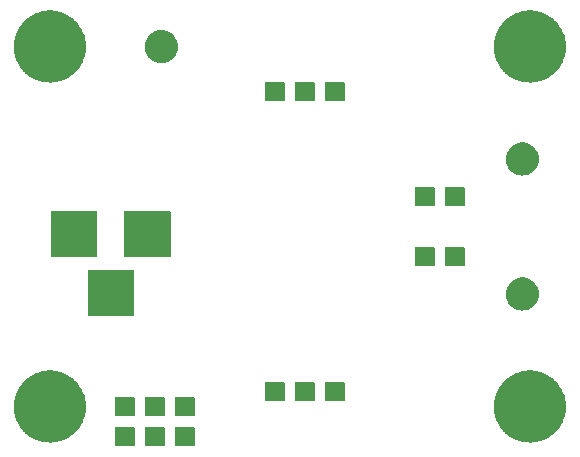
<source format=gbr>
G04 #@! TF.GenerationSoftware,KiCad,Pcbnew,5.99.0-unknown-d20d310~100~ubuntu19.10.1*
G04 #@! TF.CreationDate,2019-12-12T13:36:00+01:00*
G04 #@! TF.ProjectId,DEWHEAT,44455748-4541-4542-9e6b-696361645f70,rev?*
G04 #@! TF.SameCoordinates,Original*
G04 #@! TF.FileFunction,Soldermask,Bot*
G04 #@! TF.FilePolarity,Negative*
%FSLAX46Y46*%
G04 Gerber Fmt 4.6, Leading zero omitted, Abs format (unit mm)*
G04 Created by KiCad (PCBNEW 5.99.0-unknown-d20d310~100~ubuntu19.10.1) date 2019-12-12 13:36:00*
%MOMM*%
%LPD*%
G04 APERTURE LIST*
G04 APERTURE END LIST*
G36*
X83331899Y-85549959D02*
G01*
X83348769Y-85561231D01*
X83360041Y-85578101D01*
X83366448Y-85610312D01*
X83366448Y-87109688D01*
X83363999Y-87122000D01*
X83360041Y-87141899D01*
X83348769Y-87158769D01*
X83331899Y-87170041D01*
X83312000Y-87173999D01*
X83299688Y-87176448D01*
X81800312Y-87176448D01*
X81768101Y-87170041D01*
X81751231Y-87158769D01*
X81739959Y-87141899D01*
X81733552Y-87109688D01*
X81733552Y-85610312D01*
X81739959Y-85578101D01*
X81751231Y-85561231D01*
X81768101Y-85549959D01*
X81800312Y-85543552D01*
X83299688Y-85543552D01*
X83331899Y-85549959D01*
G37*
G36*
X80791899Y-85549959D02*
G01*
X80808769Y-85561231D01*
X80820041Y-85578101D01*
X80826448Y-85610312D01*
X80826448Y-87109688D01*
X80823999Y-87122000D01*
X80820041Y-87141899D01*
X80808769Y-87158769D01*
X80791899Y-87170041D01*
X80772000Y-87173999D01*
X80759688Y-87176448D01*
X79260312Y-87176448D01*
X79228101Y-87170041D01*
X79211231Y-87158769D01*
X79199959Y-87141899D01*
X79193552Y-87109688D01*
X79193552Y-85610312D01*
X79199959Y-85578101D01*
X79211231Y-85561231D01*
X79228101Y-85549959D01*
X79260312Y-85543552D01*
X80759688Y-85543552D01*
X80791899Y-85549959D01*
G37*
G36*
X78251899Y-85549959D02*
G01*
X78268769Y-85561231D01*
X78280041Y-85578101D01*
X78286448Y-85610312D01*
X78286448Y-87109688D01*
X78283999Y-87122000D01*
X78280041Y-87141899D01*
X78268769Y-87158769D01*
X78251899Y-87170041D01*
X78232000Y-87173999D01*
X78219688Y-87176448D01*
X76720312Y-87176448D01*
X76688101Y-87170041D01*
X76671231Y-87158769D01*
X76659959Y-87141899D01*
X76653552Y-87109688D01*
X76653552Y-85610312D01*
X76659959Y-85578101D01*
X76671231Y-85561231D01*
X76688101Y-85549959D01*
X76720312Y-85543552D01*
X78219688Y-85543552D01*
X78251899Y-85549959D01*
G37*
G36*
X71278774Y-80769990D02*
G01*
X71311873Y-80770221D01*
X71447095Y-80786346D01*
X71587522Y-80799991D01*
X71620424Y-80807014D01*
X71650643Y-80810618D01*
X71785734Y-80842303D01*
X71926392Y-80872329D01*
X71955739Y-80882177D01*
X71982779Y-80888519D01*
X72115898Y-80935921D01*
X72254894Y-80982563D01*
X72280523Y-80994541D01*
X72304174Y-81002963D01*
X72433459Y-81066019D01*
X72568806Y-81129276D01*
X72590627Y-81142674D01*
X72610804Y-81152515D01*
X72734365Y-81230930D01*
X72864091Y-81310582D01*
X72882157Y-81324722D01*
X72898858Y-81335321D01*
X73014802Y-81428542D01*
X73136954Y-81524150D01*
X73151397Y-81538367D01*
X73164729Y-81549087D01*
X73271184Y-81656288D01*
X73383886Y-81767233D01*
X73394952Y-81780922D01*
X73405130Y-81791172D01*
X73500415Y-81911391D01*
X73601713Y-82036708D01*
X73609718Y-82049298D01*
X73617041Y-82058537D01*
X73699503Y-82190503D01*
X73787635Y-82329109D01*
X73792990Y-82340113D01*
X73797826Y-82347852D01*
X73865862Y-82489855D01*
X73939261Y-82640678D01*
X73942446Y-82649696D01*
X73945236Y-82655520D01*
X73997375Y-82805244D01*
X74054641Y-82967408D01*
X74056186Y-82974127D01*
X74057431Y-82977702D01*
X74092285Y-83131111D01*
X74132293Y-83305099D01*
X74132768Y-83309301D01*
X74133015Y-83310388D01*
X74148768Y-83450833D01*
X74171218Y-83649410D01*
X74170480Y-83681942D01*
X74164970Y-84076575D01*
X74160861Y-84105809D01*
X74160339Y-84128826D01*
X74137279Y-84273604D01*
X74117612Y-84413538D01*
X74110706Y-84440434D01*
X74105835Y-84471017D01*
X74067270Y-84609607D01*
X74032767Y-84743988D01*
X74021960Y-84772438D01*
X74012944Y-84804838D01*
X73959986Y-84935584D01*
X73911621Y-85062907D01*
X73896491Y-85092346D01*
X73882861Y-85125998D01*
X73816749Y-85247509D01*
X73755675Y-85366346D01*
X73735886Y-85396131D01*
X73717258Y-85430368D01*
X73639397Y-85541359D01*
X73566886Y-85650496D01*
X73542184Y-85679934D01*
X73518263Y-85714034D01*
X73430132Y-85813473D01*
X73347589Y-85911844D01*
X73317838Y-85940176D01*
X73288436Y-85973350D01*
X73191632Y-86060360D01*
X73100524Y-86147121D01*
X73065680Y-86173569D01*
X73030731Y-86204982D01*
X72926925Y-86278889D01*
X72828790Y-86353378D01*
X72788926Y-86377141D01*
X72748461Y-86405952D01*
X72639312Y-86466330D01*
X72535742Y-86528070D01*
X72491054Y-86548341D01*
X72445255Y-86573676D01*
X72332490Y-86620269D01*
X72225058Y-86669003D01*
X72175853Y-86684991D01*
X72125011Y-86705998D01*
X72010276Y-86738789D01*
X71900594Y-86774427D01*
X71847318Y-86785363D01*
X71791846Y-86801217D01*
X71676793Y-86820367D01*
X71566407Y-86843026D01*
X71509592Y-86848197D01*
X71450044Y-86858108D01*
X71336246Y-86863972D01*
X71226645Y-86873947D01*
X71166955Y-86872697D01*
X71103999Y-86875941D01*
X70992945Y-86869052D01*
X70885558Y-86866802D01*
X70823750Y-86858555D01*
X70758159Y-86854486D01*
X70651251Y-86835539D01*
X70547398Y-86821682D01*
X70484308Y-86805952D01*
X70416972Y-86794018D01*
X70315471Y-86763856D01*
X70216370Y-86739147D01*
X70152941Y-86715558D01*
X70084823Y-86695316D01*
X69989871Y-86654913D01*
X69896610Y-86620230D01*
X69833822Y-86588513D01*
X69765982Y-86559647D01*
X69678551Y-86510080D01*
X69592101Y-86466411D01*
X69531024Y-86426443D01*
X69464549Y-86388757D01*
X69385445Y-86331179D01*
X69306619Y-86279597D01*
X69248335Y-86231380D01*
X69184399Y-86184843D01*
X69114307Y-86120503D01*
X69043763Y-86062144D01*
X68989374Y-86005822D01*
X68929133Y-85950525D01*
X68868518Y-85880672D01*
X68806765Y-85816725D01*
X68757377Y-85752593D01*
X68702034Y-85688816D01*
X68651237Y-85614768D01*
X68598613Y-85546434D01*
X68555309Y-85474930D01*
X68506021Y-85403082D01*
X68465183Y-85326115D01*
X68421878Y-85254610D01*
X68385702Y-85176317D01*
X68343614Y-85096995D01*
X68312736Y-85018406D01*
X68278783Y-84944924D01*
X68250719Y-84860560D01*
X68216902Y-84774490D01*
X68195810Y-84695497D01*
X68171092Y-84621193D01*
X68152056Y-84531635D01*
X68127512Y-84439715D01*
X68115891Y-84361488D01*
X68100163Y-84287495D01*
X68090971Y-84193746D01*
X68076594Y-84096972D01*
X68073994Y-84020606D01*
X68066872Y-83947970D01*
X68068224Y-83851127D01*
X68064804Y-83750668D01*
X68070653Y-83677168D01*
X68071635Y-83606832D01*
X68084105Y-83508120D01*
X68092291Y-83405256D01*
X68105911Y-83335512D01*
X68114393Y-83268371D01*
X68138408Y-83169105D01*
X68158704Y-83065175D01*
X68179327Y-82999967D01*
X68194614Y-82936777D01*
X68230447Y-82838326D01*
X68263189Y-82734799D01*
X68289973Y-82674783D01*
X68311300Y-82616187D01*
X68359059Y-82519975D01*
X68404401Y-82418375D01*
X68436438Y-82364096D01*
X68462989Y-82310608D01*
X68522616Y-82218085D01*
X68580526Y-82119970D01*
X68616896Y-82071793D01*
X68647801Y-82023838D01*
X68719030Y-81936502D01*
X68789299Y-81843421D01*
X68829039Y-81801617D01*
X68863422Y-81759459D01*
X68945836Y-81678754D01*
X69028036Y-81592284D01*
X69070205Y-81556963D01*
X69107171Y-81520763D01*
X69200137Y-81448130D01*
X69293668Y-81369787D01*
X69337331Y-81340942D01*
X69376003Y-81310728D01*
X69478721Y-81247536D01*
X69582780Y-81178791D01*
X69627050Y-81156283D01*
X69666588Y-81131959D01*
X69778086Y-81079492D01*
X69891654Y-81021751D01*
X69935679Y-81005334D01*
X69975271Y-80986704D01*
X70094391Y-80946152D01*
X70216321Y-80900686D01*
X70259335Y-80890001D01*
X70298231Y-80876760D01*
X70423659Y-80849183D01*
X70552606Y-80817152D01*
X70593905Y-80811752D01*
X70631435Y-80803500D01*
X70761743Y-80789804D01*
X70896185Y-80772224D01*
X70935159Y-80771578D01*
X70970722Y-80767840D01*
X71104331Y-80768772D01*
X71242642Y-80766479D01*
X71278774Y-80769990D01*
G37*
G36*
X111918774Y-80769990D02*
G01*
X111951873Y-80770221D01*
X112087095Y-80786346D01*
X112227522Y-80799991D01*
X112260424Y-80807014D01*
X112290643Y-80810618D01*
X112425734Y-80842303D01*
X112566392Y-80872329D01*
X112595739Y-80882177D01*
X112622779Y-80888519D01*
X112755898Y-80935921D01*
X112894894Y-80982563D01*
X112920523Y-80994541D01*
X112944174Y-81002963D01*
X113073459Y-81066019D01*
X113208806Y-81129276D01*
X113230627Y-81142674D01*
X113250804Y-81152515D01*
X113374365Y-81230930D01*
X113504091Y-81310582D01*
X113522157Y-81324722D01*
X113538858Y-81335321D01*
X113654802Y-81428542D01*
X113776954Y-81524150D01*
X113791397Y-81538367D01*
X113804729Y-81549087D01*
X113911184Y-81656288D01*
X114023886Y-81767233D01*
X114034952Y-81780922D01*
X114045130Y-81791172D01*
X114140415Y-81911391D01*
X114241713Y-82036708D01*
X114249718Y-82049298D01*
X114257041Y-82058537D01*
X114339503Y-82190503D01*
X114427635Y-82329109D01*
X114432990Y-82340113D01*
X114437826Y-82347852D01*
X114505862Y-82489855D01*
X114579261Y-82640678D01*
X114582446Y-82649696D01*
X114585236Y-82655520D01*
X114637375Y-82805244D01*
X114694641Y-82967408D01*
X114696186Y-82974127D01*
X114697431Y-82977702D01*
X114732285Y-83131111D01*
X114772293Y-83305099D01*
X114772768Y-83309301D01*
X114773015Y-83310388D01*
X114788768Y-83450833D01*
X114811218Y-83649410D01*
X114810480Y-83681942D01*
X114804970Y-84076575D01*
X114800861Y-84105809D01*
X114800339Y-84128826D01*
X114777279Y-84273604D01*
X114757612Y-84413538D01*
X114750706Y-84440434D01*
X114745835Y-84471017D01*
X114707270Y-84609607D01*
X114672767Y-84743988D01*
X114661960Y-84772438D01*
X114652944Y-84804838D01*
X114599986Y-84935584D01*
X114551621Y-85062907D01*
X114536491Y-85092346D01*
X114522861Y-85125998D01*
X114456749Y-85247509D01*
X114395675Y-85366346D01*
X114375886Y-85396131D01*
X114357258Y-85430368D01*
X114279397Y-85541359D01*
X114206886Y-85650496D01*
X114182184Y-85679934D01*
X114158263Y-85714034D01*
X114070132Y-85813473D01*
X113987589Y-85911844D01*
X113957838Y-85940176D01*
X113928436Y-85973350D01*
X113831632Y-86060360D01*
X113740524Y-86147121D01*
X113705680Y-86173569D01*
X113670731Y-86204982D01*
X113566925Y-86278889D01*
X113468790Y-86353378D01*
X113428926Y-86377141D01*
X113388461Y-86405952D01*
X113279312Y-86466330D01*
X113175742Y-86528070D01*
X113131054Y-86548341D01*
X113085255Y-86573676D01*
X112972490Y-86620269D01*
X112865058Y-86669003D01*
X112815853Y-86684991D01*
X112765011Y-86705998D01*
X112650276Y-86738789D01*
X112540594Y-86774427D01*
X112487318Y-86785363D01*
X112431846Y-86801217D01*
X112316793Y-86820367D01*
X112206407Y-86843026D01*
X112149592Y-86848197D01*
X112090044Y-86858108D01*
X111976246Y-86863972D01*
X111866645Y-86873947D01*
X111806955Y-86872697D01*
X111743999Y-86875941D01*
X111632945Y-86869052D01*
X111525558Y-86866802D01*
X111463750Y-86858555D01*
X111398159Y-86854486D01*
X111291251Y-86835539D01*
X111187398Y-86821682D01*
X111124308Y-86805952D01*
X111056972Y-86794018D01*
X110955471Y-86763856D01*
X110856370Y-86739147D01*
X110792941Y-86715558D01*
X110724823Y-86695316D01*
X110629871Y-86654913D01*
X110536610Y-86620230D01*
X110473822Y-86588513D01*
X110405982Y-86559647D01*
X110318551Y-86510080D01*
X110232101Y-86466411D01*
X110171024Y-86426443D01*
X110104549Y-86388757D01*
X110025445Y-86331179D01*
X109946619Y-86279597D01*
X109888335Y-86231380D01*
X109824399Y-86184843D01*
X109754307Y-86120503D01*
X109683763Y-86062144D01*
X109629374Y-86005822D01*
X109569133Y-85950525D01*
X109508518Y-85880672D01*
X109446765Y-85816725D01*
X109397377Y-85752593D01*
X109342034Y-85688816D01*
X109291237Y-85614768D01*
X109238613Y-85546434D01*
X109195309Y-85474930D01*
X109146021Y-85403082D01*
X109105183Y-85326115D01*
X109061878Y-85254610D01*
X109025702Y-85176317D01*
X108983614Y-85096995D01*
X108952736Y-85018406D01*
X108918783Y-84944924D01*
X108890719Y-84860560D01*
X108856902Y-84774490D01*
X108835810Y-84695497D01*
X108811092Y-84621193D01*
X108792056Y-84531635D01*
X108767512Y-84439715D01*
X108755891Y-84361488D01*
X108740163Y-84287495D01*
X108730971Y-84193746D01*
X108716594Y-84096972D01*
X108713994Y-84020606D01*
X108706872Y-83947970D01*
X108708224Y-83851127D01*
X108704804Y-83750668D01*
X108710653Y-83677168D01*
X108711635Y-83606832D01*
X108724105Y-83508120D01*
X108732291Y-83405256D01*
X108745911Y-83335512D01*
X108754393Y-83268371D01*
X108778408Y-83169105D01*
X108798704Y-83065175D01*
X108819327Y-82999967D01*
X108834614Y-82936777D01*
X108870447Y-82838326D01*
X108903189Y-82734799D01*
X108929973Y-82674783D01*
X108951300Y-82616187D01*
X108999059Y-82519975D01*
X109044401Y-82418375D01*
X109076438Y-82364096D01*
X109102989Y-82310608D01*
X109162616Y-82218085D01*
X109220526Y-82119970D01*
X109256896Y-82071793D01*
X109287801Y-82023838D01*
X109359030Y-81936502D01*
X109429299Y-81843421D01*
X109469039Y-81801617D01*
X109503422Y-81759459D01*
X109585836Y-81678754D01*
X109668036Y-81592284D01*
X109710205Y-81556963D01*
X109747171Y-81520763D01*
X109840137Y-81448130D01*
X109933668Y-81369787D01*
X109977331Y-81340942D01*
X110016003Y-81310728D01*
X110118721Y-81247536D01*
X110222780Y-81178791D01*
X110267050Y-81156283D01*
X110306588Y-81131959D01*
X110418086Y-81079492D01*
X110531654Y-81021751D01*
X110575679Y-81005334D01*
X110615271Y-80986704D01*
X110734391Y-80946152D01*
X110856321Y-80900686D01*
X110899335Y-80890001D01*
X110938231Y-80876760D01*
X111063659Y-80849183D01*
X111192606Y-80817152D01*
X111233905Y-80811752D01*
X111271435Y-80803500D01*
X111401743Y-80789804D01*
X111536185Y-80772224D01*
X111575159Y-80771578D01*
X111610722Y-80767840D01*
X111744331Y-80768772D01*
X111882642Y-80766479D01*
X111918774Y-80769990D01*
G37*
G36*
X78251899Y-83009959D02*
G01*
X78268769Y-83021231D01*
X78280041Y-83038101D01*
X78286448Y-83070312D01*
X78286448Y-84569688D01*
X78283999Y-84582000D01*
X78280041Y-84601899D01*
X78268769Y-84618769D01*
X78251899Y-84630041D01*
X78232000Y-84633999D01*
X78219688Y-84636448D01*
X76720312Y-84636448D01*
X76688101Y-84630041D01*
X76671231Y-84618769D01*
X76659959Y-84601899D01*
X76653552Y-84569688D01*
X76653552Y-83070312D01*
X76659959Y-83038101D01*
X76671231Y-83021231D01*
X76688101Y-83009959D01*
X76720312Y-83003552D01*
X78219688Y-83003552D01*
X78251899Y-83009959D01*
G37*
G36*
X80791899Y-83009959D02*
G01*
X80808769Y-83021231D01*
X80820041Y-83038101D01*
X80826448Y-83070312D01*
X80826448Y-84569688D01*
X80823999Y-84582000D01*
X80820041Y-84601899D01*
X80808769Y-84618769D01*
X80791899Y-84630041D01*
X80772000Y-84633999D01*
X80759688Y-84636448D01*
X79260312Y-84636448D01*
X79228101Y-84630041D01*
X79211231Y-84618769D01*
X79199959Y-84601899D01*
X79193552Y-84569688D01*
X79193552Y-83070312D01*
X79199959Y-83038101D01*
X79211231Y-83021231D01*
X79228101Y-83009959D01*
X79260312Y-83003552D01*
X80759688Y-83003552D01*
X80791899Y-83009959D01*
G37*
G36*
X83331899Y-83009959D02*
G01*
X83348769Y-83021231D01*
X83360041Y-83038101D01*
X83366448Y-83070312D01*
X83366448Y-84569688D01*
X83363999Y-84582000D01*
X83360041Y-84601899D01*
X83348769Y-84618769D01*
X83331899Y-84630041D01*
X83312000Y-84633999D01*
X83299688Y-84636448D01*
X81800312Y-84636448D01*
X81768101Y-84630041D01*
X81751231Y-84618769D01*
X81739959Y-84601899D01*
X81733552Y-84569688D01*
X81733552Y-83070312D01*
X81739959Y-83038101D01*
X81751231Y-83021231D01*
X81768101Y-83009959D01*
X81800312Y-83003552D01*
X83299688Y-83003552D01*
X83331899Y-83009959D01*
G37*
G36*
X90951899Y-81739959D02*
G01*
X90968769Y-81751231D01*
X90980041Y-81768101D01*
X90986448Y-81800312D01*
X90986448Y-83299688D01*
X90983999Y-83312000D01*
X90980041Y-83331899D01*
X90968769Y-83348769D01*
X90951899Y-83360041D01*
X90932000Y-83363999D01*
X90919688Y-83366448D01*
X89420312Y-83366448D01*
X89388101Y-83360041D01*
X89371231Y-83348769D01*
X89359959Y-83331899D01*
X89353552Y-83299688D01*
X89353552Y-81800312D01*
X89359959Y-81768101D01*
X89371231Y-81751231D01*
X89388101Y-81739959D01*
X89420312Y-81733552D01*
X90919688Y-81733552D01*
X90951899Y-81739959D01*
G37*
G36*
X93491899Y-81739959D02*
G01*
X93508769Y-81751231D01*
X93520041Y-81768101D01*
X93526448Y-81800312D01*
X93526448Y-83299688D01*
X93523999Y-83312000D01*
X93520041Y-83331899D01*
X93508769Y-83348769D01*
X93491899Y-83360041D01*
X93472000Y-83363999D01*
X93459688Y-83366448D01*
X91960312Y-83366448D01*
X91928101Y-83360041D01*
X91911231Y-83348769D01*
X91899959Y-83331899D01*
X91893552Y-83299688D01*
X91893552Y-81800312D01*
X91899959Y-81768101D01*
X91911231Y-81751231D01*
X91928101Y-81739959D01*
X91960312Y-81733552D01*
X93459688Y-81733552D01*
X93491899Y-81739959D01*
G37*
G36*
X96031899Y-81739959D02*
G01*
X96048769Y-81751231D01*
X96060041Y-81768101D01*
X96066448Y-81800312D01*
X96066448Y-83299688D01*
X96063999Y-83312000D01*
X96060041Y-83331899D01*
X96048769Y-83348769D01*
X96031899Y-83360041D01*
X96012000Y-83363999D01*
X95999688Y-83366448D01*
X94500312Y-83366448D01*
X94468101Y-83360041D01*
X94451231Y-83348769D01*
X94439959Y-83331899D01*
X94433552Y-83299688D01*
X94433552Y-81800312D01*
X94439959Y-81768101D01*
X94451231Y-81751231D01*
X94468101Y-81739959D01*
X94500312Y-81733552D01*
X95999688Y-81733552D01*
X96031899Y-81739959D01*
G37*
G36*
X78199899Y-72261959D02*
G01*
X78216769Y-72273231D01*
X78228041Y-72290101D01*
X78234448Y-72322312D01*
X78234448Y-76107688D01*
X78231999Y-76120000D01*
X78228041Y-76139899D01*
X78216769Y-76156769D01*
X78199899Y-76168041D01*
X78180000Y-76171999D01*
X78167688Y-76174448D01*
X74382312Y-76174448D01*
X74350101Y-76168041D01*
X74333231Y-76156769D01*
X74321959Y-76139899D01*
X74315552Y-76107688D01*
X74315552Y-72322312D01*
X74321959Y-72290101D01*
X74333231Y-72273231D01*
X74350101Y-72261959D01*
X74382312Y-72255552D01*
X78167688Y-72255552D01*
X78199899Y-72261959D01*
G37*
G36*
X111134157Y-72892794D02*
G01*
X111188764Y-72890887D01*
X111246626Y-72898197D01*
X111310961Y-72901287D01*
X111364288Y-72913060D01*
X111412430Y-72919142D01*
X111474258Y-72937339D01*
X111543128Y-72952544D01*
X111588047Y-72970829D01*
X111628709Y-72982797D01*
X111692351Y-73013289D01*
X111763340Y-73042187D01*
X111799327Y-73064543D01*
X111832022Y-73080208D01*
X111894994Y-73123975D01*
X111965300Y-73167651D01*
X111992423Y-73191689D01*
X112017151Y-73208876D01*
X112076712Y-73266394D01*
X112143233Y-73325350D01*
X112162079Y-73348832D01*
X112179327Y-73365488D01*
X112232597Y-73436696D01*
X112292051Y-73510774D01*
X112303689Y-73531726D01*
X112314376Y-73546012D01*
X112358429Y-73630277D01*
X112407500Y-73718622D01*
X112413405Y-73735436D01*
X112418823Y-73745800D01*
X112450765Y-73841820D01*
X112486279Y-73942949D01*
X112488238Y-73954468D01*
X112489988Y-73959730D01*
X112507172Y-74065827D01*
X112526134Y-74177344D01*
X112523362Y-74441974D01*
X112502096Y-74552929D01*
X112482668Y-74658785D01*
X112480804Y-74664020D01*
X112478607Y-74675482D01*
X112441015Y-74775760D01*
X112407040Y-74871172D01*
X112401403Y-74881425D01*
X112395148Y-74898111D01*
X112344233Y-74985417D01*
X112298428Y-75068735D01*
X112287446Y-75082791D01*
X112275372Y-75103495D01*
X112214378Y-75176315D01*
X112159630Y-75246388D01*
X112142038Y-75262678D01*
X112122703Y-75285762D01*
X112054965Y-75343310D01*
X111994208Y-75399571D01*
X111969120Y-75416239D01*
X111941506Y-75439699D01*
X111870311Y-75481888D01*
X111806430Y-75524330D01*
X111773414Y-75539307D01*
X111736963Y-75560907D01*
X111665385Y-75588312D01*
X111601117Y-75617465D01*
X111560208Y-75628580D01*
X111514922Y-75645918D01*
X111445749Y-75659677D01*
X111383555Y-75676575D01*
X111335300Y-75681647D01*
X111281733Y-75692302D01*
X111217349Y-75694044D01*
X111159342Y-75700141D01*
X111104778Y-75697090D01*
X111044061Y-75698733D01*
X110986351Y-75690468D01*
X110934244Y-75687555D01*
X110874905Y-75674509D01*
X110808704Y-75665028D01*
X110759032Y-75649032D01*
X110714053Y-75639143D01*
X110651870Y-75614523D01*
X110582391Y-75592149D01*
X110541562Y-75570849D01*
X110504438Y-75556151D01*
X110441723Y-75518765D01*
X110371593Y-75482180D01*
X110339820Y-75458019D01*
X110310787Y-75440712D01*
X110250161Y-75389841D01*
X110182337Y-75338266D01*
X110159275Y-75313578D01*
X110138083Y-75295796D01*
X110082378Y-75231261D01*
X110020034Y-75164522D01*
X110004830Y-75141419D01*
X109990769Y-75125130D01*
X109942889Y-75047303D01*
X109889326Y-74965916D01*
X109880698Y-74946214D01*
X109872635Y-74933108D01*
X109835454Y-74842901D01*
X109793950Y-74748127D01*
X109790247Y-74733221D01*
X109786724Y-74724673D01*
X109763028Y-74623643D01*
X109736632Y-74517381D01*
X109735949Y-74508191D01*
X109735243Y-74505181D01*
X109727554Y-74395219D01*
X109719012Y-74280276D01*
X109729980Y-74165318D01*
X109739951Y-74055758D01*
X109740718Y-74052769D01*
X109741594Y-74043592D01*
X109770231Y-73937825D01*
X109796018Y-73837391D01*
X109799716Y-73828928D01*
X109803731Y-73814097D01*
X109847214Y-73720206D01*
X109886273Y-73630804D01*
X109894611Y-73617866D01*
X109903648Y-73598353D01*
X109958893Y-73518120D01*
X110008403Y-73441297D01*
X110022804Y-73425303D01*
X110038486Y-73402528D01*
X110102201Y-73337123D01*
X110159258Y-73273754D01*
X110180822Y-73256416D01*
X110204392Y-73232221D01*
X110273275Y-73182083D01*
X110334957Y-73132489D01*
X110364345Y-73115794D01*
X110396620Y-73092302D01*
X110467503Y-73057192D01*
X110530986Y-73021129D01*
X110568412Y-73007210D01*
X110609675Y-72986772D01*
X110679594Y-72965862D01*
X110742294Y-72942544D01*
X110787486Y-72933596D01*
X110837465Y-72918649D01*
X110903830Y-72910559D01*
X110963445Y-72898755D01*
X111015605Y-72896934D01*
X111073477Y-72889879D01*
X111134157Y-72892794D01*
G37*
G36*
X106191899Y-70309959D02*
G01*
X106208769Y-70321231D01*
X106220041Y-70338101D01*
X106226448Y-70370312D01*
X106226448Y-71869688D01*
X106223999Y-71882000D01*
X106220041Y-71901899D01*
X106208769Y-71918769D01*
X106191899Y-71930041D01*
X106172000Y-71933999D01*
X106159688Y-71936448D01*
X104660312Y-71936448D01*
X104628101Y-71930041D01*
X104611231Y-71918769D01*
X104599959Y-71901899D01*
X104593552Y-71869688D01*
X104593552Y-70370312D01*
X104599959Y-70338101D01*
X104611231Y-70321231D01*
X104628101Y-70309959D01*
X104660312Y-70303552D01*
X106159688Y-70303552D01*
X106191899Y-70309959D01*
G37*
G36*
X103651899Y-70309959D02*
G01*
X103668769Y-70321231D01*
X103680041Y-70338101D01*
X103686448Y-70370312D01*
X103686448Y-71869688D01*
X103683999Y-71882000D01*
X103680041Y-71901899D01*
X103668769Y-71918769D01*
X103651899Y-71930041D01*
X103632000Y-71933999D01*
X103619688Y-71936448D01*
X102120312Y-71936448D01*
X102088101Y-71930041D01*
X102071231Y-71918769D01*
X102059959Y-71901899D01*
X102053552Y-71869688D01*
X102053552Y-70370312D01*
X102059959Y-70338101D01*
X102071231Y-70321231D01*
X102088101Y-70309959D01*
X102120312Y-70303552D01*
X103619688Y-70303552D01*
X103651899Y-70309959D01*
G37*
G36*
X81299899Y-67261959D02*
G01*
X81316769Y-67273231D01*
X81328041Y-67290101D01*
X81334448Y-67322312D01*
X81334448Y-71107688D01*
X81331999Y-71120000D01*
X81328041Y-71139899D01*
X81316769Y-71156769D01*
X81299899Y-71168041D01*
X81280000Y-71171999D01*
X81267688Y-71174448D01*
X77482312Y-71174448D01*
X77450101Y-71168041D01*
X77433231Y-71156769D01*
X77421959Y-71139899D01*
X77415552Y-71107688D01*
X77415552Y-67322312D01*
X77421959Y-67290101D01*
X77433231Y-67273231D01*
X77450101Y-67261959D01*
X77482312Y-67255552D01*
X81267688Y-67255552D01*
X81299899Y-67261959D01*
G37*
G36*
X75099899Y-67261959D02*
G01*
X75116769Y-67273231D01*
X75128041Y-67290101D01*
X75134448Y-67322312D01*
X75134448Y-71107688D01*
X75131999Y-71120000D01*
X75128041Y-71139899D01*
X75116769Y-71156769D01*
X75099899Y-71168041D01*
X75080000Y-71171999D01*
X75067688Y-71174448D01*
X71282312Y-71174448D01*
X71250101Y-71168041D01*
X71233231Y-71156769D01*
X71221959Y-71139899D01*
X71215552Y-71107688D01*
X71215552Y-67322312D01*
X71221959Y-67290101D01*
X71233231Y-67273231D01*
X71250101Y-67261959D01*
X71282312Y-67255552D01*
X75067688Y-67255552D01*
X75099899Y-67261959D01*
G37*
G36*
X103651899Y-65229959D02*
G01*
X103668769Y-65241231D01*
X103680041Y-65258101D01*
X103686448Y-65290312D01*
X103686448Y-66789688D01*
X103683999Y-66802000D01*
X103680041Y-66821899D01*
X103668769Y-66838769D01*
X103651899Y-66850041D01*
X103632000Y-66853999D01*
X103619688Y-66856448D01*
X102120312Y-66856448D01*
X102088101Y-66850041D01*
X102071231Y-66838769D01*
X102059959Y-66821899D01*
X102053552Y-66789688D01*
X102053552Y-65290312D01*
X102059959Y-65258101D01*
X102071231Y-65241231D01*
X102088101Y-65229959D01*
X102120312Y-65223552D01*
X103619688Y-65223552D01*
X103651899Y-65229959D01*
G37*
G36*
X106191899Y-65229959D02*
G01*
X106208769Y-65241231D01*
X106220041Y-65258101D01*
X106226448Y-65290312D01*
X106226448Y-66789688D01*
X106223999Y-66802000D01*
X106220041Y-66821899D01*
X106208769Y-66838769D01*
X106191899Y-66850041D01*
X106172000Y-66853999D01*
X106159688Y-66856448D01*
X104660312Y-66856448D01*
X104628101Y-66850041D01*
X104611231Y-66838769D01*
X104599959Y-66821899D01*
X104593552Y-66789688D01*
X104593552Y-65290312D01*
X104599959Y-65258101D01*
X104611231Y-65241231D01*
X104628101Y-65229959D01*
X104660312Y-65223552D01*
X106159688Y-65223552D01*
X106191899Y-65229959D01*
G37*
G36*
X111134157Y-61462794D02*
G01*
X111188764Y-61460887D01*
X111246626Y-61468197D01*
X111310961Y-61471287D01*
X111364288Y-61483060D01*
X111412430Y-61489142D01*
X111474258Y-61507339D01*
X111543128Y-61522544D01*
X111588047Y-61540829D01*
X111628709Y-61552797D01*
X111692351Y-61583289D01*
X111763340Y-61612187D01*
X111799327Y-61634543D01*
X111832022Y-61650208D01*
X111894994Y-61693975D01*
X111965300Y-61737651D01*
X111992423Y-61761689D01*
X112017151Y-61778876D01*
X112076712Y-61836394D01*
X112143233Y-61895350D01*
X112162079Y-61918832D01*
X112179327Y-61935488D01*
X112232597Y-62006696D01*
X112292051Y-62080774D01*
X112303689Y-62101726D01*
X112314376Y-62116012D01*
X112358429Y-62200277D01*
X112407500Y-62288622D01*
X112413405Y-62305436D01*
X112418823Y-62315800D01*
X112450765Y-62411820D01*
X112486279Y-62512949D01*
X112488238Y-62524468D01*
X112489988Y-62529730D01*
X112507172Y-62635827D01*
X112526134Y-62747344D01*
X112523362Y-63011974D01*
X112502096Y-63122929D01*
X112482668Y-63228785D01*
X112480804Y-63234020D01*
X112478607Y-63245482D01*
X112441015Y-63345760D01*
X112407040Y-63441172D01*
X112401403Y-63451425D01*
X112395148Y-63468111D01*
X112344233Y-63555417D01*
X112298428Y-63638735D01*
X112287446Y-63652791D01*
X112275372Y-63673495D01*
X112214378Y-63746315D01*
X112159630Y-63816388D01*
X112142038Y-63832678D01*
X112122703Y-63855762D01*
X112054965Y-63913310D01*
X111994208Y-63969571D01*
X111969120Y-63986239D01*
X111941506Y-64009699D01*
X111870311Y-64051888D01*
X111806430Y-64094330D01*
X111773414Y-64109307D01*
X111736963Y-64130907D01*
X111665385Y-64158312D01*
X111601117Y-64187465D01*
X111560208Y-64198580D01*
X111514922Y-64215918D01*
X111445749Y-64229677D01*
X111383555Y-64246575D01*
X111335300Y-64251647D01*
X111281733Y-64262302D01*
X111217349Y-64264044D01*
X111159342Y-64270141D01*
X111104778Y-64267090D01*
X111044061Y-64268733D01*
X110986351Y-64260468D01*
X110934244Y-64257555D01*
X110874905Y-64244509D01*
X110808704Y-64235028D01*
X110759032Y-64219032D01*
X110714053Y-64209143D01*
X110651870Y-64184523D01*
X110582391Y-64162149D01*
X110541562Y-64140849D01*
X110504438Y-64126151D01*
X110441723Y-64088765D01*
X110371593Y-64052180D01*
X110339820Y-64028019D01*
X110310787Y-64010712D01*
X110250161Y-63959841D01*
X110182337Y-63908266D01*
X110159275Y-63883578D01*
X110138083Y-63865796D01*
X110082378Y-63801261D01*
X110020034Y-63734522D01*
X110004830Y-63711419D01*
X109990769Y-63695130D01*
X109942889Y-63617303D01*
X109889326Y-63535916D01*
X109880698Y-63516214D01*
X109872635Y-63503108D01*
X109835454Y-63412901D01*
X109793950Y-63318127D01*
X109790247Y-63303221D01*
X109786724Y-63294673D01*
X109763028Y-63193643D01*
X109736632Y-63087381D01*
X109735949Y-63078191D01*
X109735243Y-63075181D01*
X109727554Y-62965219D01*
X109719012Y-62850276D01*
X109729980Y-62735318D01*
X109739951Y-62625758D01*
X109740718Y-62622769D01*
X109741594Y-62613592D01*
X109770231Y-62507825D01*
X109796018Y-62407391D01*
X109799716Y-62398928D01*
X109803731Y-62384097D01*
X109847214Y-62290206D01*
X109886273Y-62200804D01*
X109894611Y-62187866D01*
X109903648Y-62168353D01*
X109958893Y-62088120D01*
X110008403Y-62011297D01*
X110022804Y-61995303D01*
X110038486Y-61972528D01*
X110102201Y-61907123D01*
X110159258Y-61843754D01*
X110180822Y-61826416D01*
X110204392Y-61802221D01*
X110273275Y-61752083D01*
X110334957Y-61702489D01*
X110364345Y-61685794D01*
X110396620Y-61662302D01*
X110467503Y-61627192D01*
X110530986Y-61591129D01*
X110568412Y-61577210D01*
X110609675Y-61556772D01*
X110679594Y-61535862D01*
X110742294Y-61512544D01*
X110787486Y-61503596D01*
X110837465Y-61488649D01*
X110903830Y-61480559D01*
X110963445Y-61468755D01*
X111015605Y-61466934D01*
X111073477Y-61459879D01*
X111134157Y-61462794D01*
G37*
G36*
X90951899Y-56339959D02*
G01*
X90968769Y-56351231D01*
X90980041Y-56368101D01*
X90986448Y-56400312D01*
X90986448Y-57899688D01*
X90983999Y-57912000D01*
X90980041Y-57931899D01*
X90968769Y-57948769D01*
X90951899Y-57960041D01*
X90932000Y-57963999D01*
X90919688Y-57966448D01*
X89420312Y-57966448D01*
X89388101Y-57960041D01*
X89371231Y-57948769D01*
X89359959Y-57931899D01*
X89353552Y-57899688D01*
X89353552Y-56400312D01*
X89359959Y-56368101D01*
X89371231Y-56351231D01*
X89388101Y-56339959D01*
X89420312Y-56333552D01*
X90919688Y-56333552D01*
X90951899Y-56339959D01*
G37*
G36*
X96031899Y-56339959D02*
G01*
X96048769Y-56351231D01*
X96060041Y-56368101D01*
X96066448Y-56400312D01*
X96066448Y-57899688D01*
X96063999Y-57912000D01*
X96060041Y-57931899D01*
X96048769Y-57948769D01*
X96031899Y-57960041D01*
X96012000Y-57963999D01*
X95999688Y-57966448D01*
X94500312Y-57966448D01*
X94468101Y-57960041D01*
X94451231Y-57948769D01*
X94439959Y-57931899D01*
X94433552Y-57899688D01*
X94433552Y-56400312D01*
X94439959Y-56368101D01*
X94451231Y-56351231D01*
X94468101Y-56339959D01*
X94500312Y-56333552D01*
X95999688Y-56333552D01*
X96031899Y-56339959D01*
G37*
G36*
X93491899Y-56339959D02*
G01*
X93508769Y-56351231D01*
X93520041Y-56368101D01*
X93526448Y-56400312D01*
X93526448Y-57899688D01*
X93523999Y-57912000D01*
X93520041Y-57931899D01*
X93508769Y-57948769D01*
X93491899Y-57960041D01*
X93472000Y-57963999D01*
X93459688Y-57966448D01*
X91960312Y-57966448D01*
X91928101Y-57960041D01*
X91911231Y-57948769D01*
X91899959Y-57931899D01*
X91893552Y-57899688D01*
X91893552Y-56400312D01*
X91899959Y-56368101D01*
X91911231Y-56351231D01*
X91928101Y-56339959D01*
X91960312Y-56333552D01*
X93459688Y-56333552D01*
X93491899Y-56339959D01*
G37*
G36*
X71278774Y-50289990D02*
G01*
X71311873Y-50290221D01*
X71447095Y-50306346D01*
X71587522Y-50319991D01*
X71620424Y-50327014D01*
X71650643Y-50330618D01*
X71785734Y-50362303D01*
X71926392Y-50392329D01*
X71955739Y-50402177D01*
X71982779Y-50408519D01*
X72115898Y-50455921D01*
X72254894Y-50502563D01*
X72280523Y-50514541D01*
X72304174Y-50522963D01*
X72433459Y-50586019D01*
X72568806Y-50649276D01*
X72590627Y-50662674D01*
X72610804Y-50672515D01*
X72734365Y-50750930D01*
X72864091Y-50830582D01*
X72882157Y-50844722D01*
X72898858Y-50855321D01*
X73014802Y-50948542D01*
X73136954Y-51044150D01*
X73151397Y-51058367D01*
X73164729Y-51069087D01*
X73271184Y-51176288D01*
X73383886Y-51287233D01*
X73394952Y-51300922D01*
X73405130Y-51311172D01*
X73500415Y-51431391D01*
X73601713Y-51556708D01*
X73609718Y-51569298D01*
X73617041Y-51578537D01*
X73699503Y-51710503D01*
X73787635Y-51849109D01*
X73792990Y-51860113D01*
X73797826Y-51867852D01*
X73865862Y-52009855D01*
X73939261Y-52160678D01*
X73942446Y-52169696D01*
X73945236Y-52175520D01*
X73997375Y-52325244D01*
X74054641Y-52487408D01*
X74056186Y-52494127D01*
X74057431Y-52497702D01*
X74092285Y-52651111D01*
X74132293Y-52825099D01*
X74132768Y-52829301D01*
X74133015Y-52830388D01*
X74148768Y-52970833D01*
X74171218Y-53169410D01*
X74170480Y-53201942D01*
X74164970Y-53596575D01*
X74160861Y-53625809D01*
X74160339Y-53648826D01*
X74137279Y-53793604D01*
X74117612Y-53933538D01*
X74110706Y-53960434D01*
X74105835Y-53991017D01*
X74067270Y-54129607D01*
X74032767Y-54263988D01*
X74021960Y-54292438D01*
X74012944Y-54324838D01*
X73959986Y-54455584D01*
X73911621Y-54582907D01*
X73896491Y-54612346D01*
X73882861Y-54645998D01*
X73816749Y-54767509D01*
X73755675Y-54886346D01*
X73735886Y-54916131D01*
X73717258Y-54950368D01*
X73639397Y-55061359D01*
X73566886Y-55170496D01*
X73542184Y-55199934D01*
X73518263Y-55234034D01*
X73430132Y-55333473D01*
X73347589Y-55431844D01*
X73317838Y-55460176D01*
X73288436Y-55493350D01*
X73191632Y-55580360D01*
X73100524Y-55667121D01*
X73065680Y-55693569D01*
X73030731Y-55724982D01*
X72926925Y-55798889D01*
X72828790Y-55873378D01*
X72788926Y-55897141D01*
X72748461Y-55925952D01*
X72639312Y-55986330D01*
X72535742Y-56048070D01*
X72491054Y-56068341D01*
X72445255Y-56093676D01*
X72332490Y-56140269D01*
X72225058Y-56189003D01*
X72175853Y-56204991D01*
X72125011Y-56225998D01*
X72010276Y-56258789D01*
X71900594Y-56294427D01*
X71847318Y-56305363D01*
X71791846Y-56321217D01*
X71676793Y-56340367D01*
X71566407Y-56363026D01*
X71509592Y-56368197D01*
X71450044Y-56378108D01*
X71336246Y-56383972D01*
X71226645Y-56393947D01*
X71166955Y-56392697D01*
X71103999Y-56395941D01*
X70992945Y-56389052D01*
X70885558Y-56386802D01*
X70823750Y-56378555D01*
X70758159Y-56374486D01*
X70651251Y-56355539D01*
X70547398Y-56341682D01*
X70484308Y-56325952D01*
X70416972Y-56314018D01*
X70315471Y-56283856D01*
X70216370Y-56259147D01*
X70152941Y-56235558D01*
X70084823Y-56215316D01*
X69989871Y-56174913D01*
X69896610Y-56140230D01*
X69833822Y-56108513D01*
X69765982Y-56079647D01*
X69678551Y-56030080D01*
X69592101Y-55986411D01*
X69531024Y-55946443D01*
X69464549Y-55908757D01*
X69385445Y-55851179D01*
X69306619Y-55799597D01*
X69248335Y-55751380D01*
X69184399Y-55704843D01*
X69114307Y-55640503D01*
X69043763Y-55582144D01*
X68989374Y-55525822D01*
X68929133Y-55470525D01*
X68868518Y-55400672D01*
X68806765Y-55336725D01*
X68757377Y-55272593D01*
X68702034Y-55208816D01*
X68651237Y-55134768D01*
X68598613Y-55066434D01*
X68555309Y-54994930D01*
X68506021Y-54923082D01*
X68465183Y-54846115D01*
X68421878Y-54774610D01*
X68385702Y-54696317D01*
X68343614Y-54616995D01*
X68312736Y-54538406D01*
X68278783Y-54464924D01*
X68250719Y-54380560D01*
X68216902Y-54294490D01*
X68195810Y-54215497D01*
X68171092Y-54141193D01*
X68152056Y-54051635D01*
X68127512Y-53959715D01*
X68115891Y-53881488D01*
X68100163Y-53807495D01*
X68090971Y-53713746D01*
X68076594Y-53616972D01*
X68073994Y-53540606D01*
X68066872Y-53467970D01*
X68068224Y-53371127D01*
X68064804Y-53270668D01*
X68070653Y-53197168D01*
X68071635Y-53126832D01*
X68084105Y-53028120D01*
X68092291Y-52925256D01*
X68105911Y-52855512D01*
X68114393Y-52788371D01*
X68138408Y-52689105D01*
X68158704Y-52585175D01*
X68179327Y-52519967D01*
X68194614Y-52456777D01*
X68230447Y-52358326D01*
X68263189Y-52254799D01*
X68289973Y-52194783D01*
X68311300Y-52136187D01*
X68359059Y-52039975D01*
X68404401Y-51938375D01*
X68436438Y-51884096D01*
X68462989Y-51830608D01*
X68522616Y-51738085D01*
X68580526Y-51639970D01*
X68616896Y-51591793D01*
X68647801Y-51543838D01*
X68719030Y-51456502D01*
X68789299Y-51363421D01*
X68829039Y-51321617D01*
X68863422Y-51279459D01*
X68945836Y-51198754D01*
X69028036Y-51112284D01*
X69070205Y-51076963D01*
X69107171Y-51040763D01*
X69200137Y-50968130D01*
X69293668Y-50889787D01*
X69337331Y-50860942D01*
X69376003Y-50830728D01*
X69478721Y-50767536D01*
X69582780Y-50698791D01*
X69627050Y-50676283D01*
X69666588Y-50651959D01*
X69778086Y-50599492D01*
X69891654Y-50541751D01*
X69935679Y-50525334D01*
X69975271Y-50506704D01*
X70094391Y-50466152D01*
X70216321Y-50420686D01*
X70259335Y-50410001D01*
X70298231Y-50396760D01*
X70423659Y-50369183D01*
X70552606Y-50337152D01*
X70593905Y-50331752D01*
X70631435Y-50323500D01*
X70761743Y-50309804D01*
X70896185Y-50292224D01*
X70935159Y-50291578D01*
X70970722Y-50287840D01*
X71104331Y-50288772D01*
X71242642Y-50286479D01*
X71278774Y-50289990D01*
G37*
G36*
X111918774Y-50289990D02*
G01*
X111951873Y-50290221D01*
X112087095Y-50306346D01*
X112227522Y-50319991D01*
X112260424Y-50327014D01*
X112290643Y-50330618D01*
X112425734Y-50362303D01*
X112566392Y-50392329D01*
X112595739Y-50402177D01*
X112622779Y-50408519D01*
X112755898Y-50455921D01*
X112894894Y-50502563D01*
X112920523Y-50514541D01*
X112944174Y-50522963D01*
X113073459Y-50586019D01*
X113208806Y-50649276D01*
X113230627Y-50662674D01*
X113250804Y-50672515D01*
X113374365Y-50750930D01*
X113504091Y-50830582D01*
X113522157Y-50844722D01*
X113538858Y-50855321D01*
X113654802Y-50948542D01*
X113776954Y-51044150D01*
X113791397Y-51058367D01*
X113804729Y-51069087D01*
X113911184Y-51176288D01*
X114023886Y-51287233D01*
X114034952Y-51300922D01*
X114045130Y-51311172D01*
X114140415Y-51431391D01*
X114241713Y-51556708D01*
X114249718Y-51569298D01*
X114257041Y-51578537D01*
X114339503Y-51710503D01*
X114427635Y-51849109D01*
X114432990Y-51860113D01*
X114437826Y-51867852D01*
X114505862Y-52009855D01*
X114579261Y-52160678D01*
X114582446Y-52169696D01*
X114585236Y-52175520D01*
X114637375Y-52325244D01*
X114694641Y-52487408D01*
X114696186Y-52494127D01*
X114697431Y-52497702D01*
X114732285Y-52651111D01*
X114772293Y-52825099D01*
X114772768Y-52829301D01*
X114773015Y-52830388D01*
X114788768Y-52970833D01*
X114811218Y-53169410D01*
X114810480Y-53201942D01*
X114804970Y-53596575D01*
X114800861Y-53625809D01*
X114800339Y-53648826D01*
X114777279Y-53793604D01*
X114757612Y-53933538D01*
X114750706Y-53960434D01*
X114745835Y-53991017D01*
X114707270Y-54129607D01*
X114672767Y-54263988D01*
X114661960Y-54292438D01*
X114652944Y-54324838D01*
X114599986Y-54455584D01*
X114551621Y-54582907D01*
X114536491Y-54612346D01*
X114522861Y-54645998D01*
X114456749Y-54767509D01*
X114395675Y-54886346D01*
X114375886Y-54916131D01*
X114357258Y-54950368D01*
X114279397Y-55061359D01*
X114206886Y-55170496D01*
X114182184Y-55199934D01*
X114158263Y-55234034D01*
X114070132Y-55333473D01*
X113987589Y-55431844D01*
X113957838Y-55460176D01*
X113928436Y-55493350D01*
X113831632Y-55580360D01*
X113740524Y-55667121D01*
X113705680Y-55693569D01*
X113670731Y-55724982D01*
X113566925Y-55798889D01*
X113468790Y-55873378D01*
X113428926Y-55897141D01*
X113388461Y-55925952D01*
X113279312Y-55986330D01*
X113175742Y-56048070D01*
X113131054Y-56068341D01*
X113085255Y-56093676D01*
X112972490Y-56140269D01*
X112865058Y-56189003D01*
X112815853Y-56204991D01*
X112765011Y-56225998D01*
X112650276Y-56258789D01*
X112540594Y-56294427D01*
X112487318Y-56305363D01*
X112431846Y-56321217D01*
X112316793Y-56340367D01*
X112206407Y-56363026D01*
X112149592Y-56368197D01*
X112090044Y-56378108D01*
X111976246Y-56383972D01*
X111866645Y-56393947D01*
X111806955Y-56392697D01*
X111743999Y-56395941D01*
X111632945Y-56389052D01*
X111525558Y-56386802D01*
X111463750Y-56378555D01*
X111398159Y-56374486D01*
X111291251Y-56355539D01*
X111187398Y-56341682D01*
X111124308Y-56325952D01*
X111056972Y-56314018D01*
X110955471Y-56283856D01*
X110856370Y-56259147D01*
X110792941Y-56235558D01*
X110724823Y-56215316D01*
X110629871Y-56174913D01*
X110536610Y-56140230D01*
X110473822Y-56108513D01*
X110405982Y-56079647D01*
X110318551Y-56030080D01*
X110232101Y-55986411D01*
X110171024Y-55946443D01*
X110104549Y-55908757D01*
X110025445Y-55851179D01*
X109946619Y-55799597D01*
X109888335Y-55751380D01*
X109824399Y-55704843D01*
X109754307Y-55640503D01*
X109683763Y-55582144D01*
X109629374Y-55525822D01*
X109569133Y-55470525D01*
X109508518Y-55400672D01*
X109446765Y-55336725D01*
X109397377Y-55272593D01*
X109342034Y-55208816D01*
X109291237Y-55134768D01*
X109238613Y-55066434D01*
X109195309Y-54994930D01*
X109146021Y-54923082D01*
X109105183Y-54846115D01*
X109061878Y-54774610D01*
X109025702Y-54696317D01*
X108983614Y-54616995D01*
X108952736Y-54538406D01*
X108918783Y-54464924D01*
X108890719Y-54380560D01*
X108856902Y-54294490D01*
X108835810Y-54215497D01*
X108811092Y-54141193D01*
X108792056Y-54051635D01*
X108767512Y-53959715D01*
X108755891Y-53881488D01*
X108740163Y-53807495D01*
X108730971Y-53713746D01*
X108716594Y-53616972D01*
X108713994Y-53540606D01*
X108706872Y-53467970D01*
X108708224Y-53371127D01*
X108704804Y-53270668D01*
X108710653Y-53197168D01*
X108711635Y-53126832D01*
X108724105Y-53028120D01*
X108732291Y-52925256D01*
X108745911Y-52855512D01*
X108754393Y-52788371D01*
X108778408Y-52689105D01*
X108798704Y-52585175D01*
X108819327Y-52519967D01*
X108834614Y-52456777D01*
X108870447Y-52358326D01*
X108903189Y-52254799D01*
X108929973Y-52194783D01*
X108951300Y-52136187D01*
X108999059Y-52039975D01*
X109044401Y-51938375D01*
X109076438Y-51884096D01*
X109102989Y-51830608D01*
X109162616Y-51738085D01*
X109220526Y-51639970D01*
X109256896Y-51591793D01*
X109287801Y-51543838D01*
X109359030Y-51456502D01*
X109429299Y-51363421D01*
X109469039Y-51321617D01*
X109503422Y-51279459D01*
X109585836Y-51198754D01*
X109668036Y-51112284D01*
X109710205Y-51076963D01*
X109747171Y-51040763D01*
X109840137Y-50968130D01*
X109933668Y-50889787D01*
X109977331Y-50860942D01*
X110016003Y-50830728D01*
X110118721Y-50767536D01*
X110222780Y-50698791D01*
X110267050Y-50676283D01*
X110306588Y-50651959D01*
X110418086Y-50599492D01*
X110531654Y-50541751D01*
X110575679Y-50525334D01*
X110615271Y-50506704D01*
X110734391Y-50466152D01*
X110856321Y-50420686D01*
X110899335Y-50410001D01*
X110938231Y-50396760D01*
X111063659Y-50369183D01*
X111192606Y-50337152D01*
X111233905Y-50331752D01*
X111271435Y-50323500D01*
X111401743Y-50309804D01*
X111536185Y-50292224D01*
X111575159Y-50291578D01*
X111610722Y-50287840D01*
X111744331Y-50288772D01*
X111882642Y-50286479D01*
X111918774Y-50289990D01*
G37*
G36*
X80559157Y-51937794D02*
G01*
X80613764Y-51935887D01*
X80671626Y-51943197D01*
X80735961Y-51946287D01*
X80789288Y-51958060D01*
X80837430Y-51964142D01*
X80899258Y-51982339D01*
X80968128Y-51997544D01*
X81013047Y-52015829D01*
X81053709Y-52027797D01*
X81117351Y-52058289D01*
X81188340Y-52087187D01*
X81224327Y-52109543D01*
X81257022Y-52125208D01*
X81319994Y-52168975D01*
X81390300Y-52212651D01*
X81417423Y-52236689D01*
X81442151Y-52253876D01*
X81501712Y-52311394D01*
X81568233Y-52370350D01*
X81587079Y-52393832D01*
X81604327Y-52410488D01*
X81657597Y-52481696D01*
X81717051Y-52555774D01*
X81728689Y-52576726D01*
X81739376Y-52591012D01*
X81783429Y-52675277D01*
X81832500Y-52763622D01*
X81838405Y-52780436D01*
X81843823Y-52790800D01*
X81875765Y-52886820D01*
X81911279Y-52987949D01*
X81913238Y-52999468D01*
X81914988Y-53004730D01*
X81932172Y-53110827D01*
X81951134Y-53222344D01*
X81948362Y-53486974D01*
X81927096Y-53597929D01*
X81907668Y-53703785D01*
X81905804Y-53709020D01*
X81903607Y-53720482D01*
X81866015Y-53820760D01*
X81832040Y-53916172D01*
X81826403Y-53926425D01*
X81820148Y-53943111D01*
X81769233Y-54030417D01*
X81723428Y-54113735D01*
X81712446Y-54127791D01*
X81700372Y-54148495D01*
X81639378Y-54221315D01*
X81584630Y-54291388D01*
X81567038Y-54307678D01*
X81547703Y-54330762D01*
X81479965Y-54388310D01*
X81419208Y-54444571D01*
X81394120Y-54461239D01*
X81366506Y-54484699D01*
X81295311Y-54526888D01*
X81231430Y-54569330D01*
X81198414Y-54584307D01*
X81161963Y-54605907D01*
X81090385Y-54633312D01*
X81026117Y-54662465D01*
X80985208Y-54673580D01*
X80939922Y-54690918D01*
X80870749Y-54704677D01*
X80808555Y-54721575D01*
X80760300Y-54726647D01*
X80706733Y-54737302D01*
X80642349Y-54739044D01*
X80584342Y-54745141D01*
X80529778Y-54742090D01*
X80469061Y-54743733D01*
X80411351Y-54735468D01*
X80359244Y-54732555D01*
X80299905Y-54719509D01*
X80233704Y-54710028D01*
X80184032Y-54694032D01*
X80139053Y-54684143D01*
X80076870Y-54659523D01*
X80007391Y-54637149D01*
X79966562Y-54615849D01*
X79929438Y-54601151D01*
X79866723Y-54563765D01*
X79796593Y-54527180D01*
X79764820Y-54503019D01*
X79735787Y-54485712D01*
X79675161Y-54434841D01*
X79607337Y-54383266D01*
X79584275Y-54358578D01*
X79563083Y-54340796D01*
X79507378Y-54276261D01*
X79445034Y-54209522D01*
X79429830Y-54186419D01*
X79415769Y-54170130D01*
X79367889Y-54092303D01*
X79314326Y-54010916D01*
X79305698Y-53991214D01*
X79297635Y-53978108D01*
X79260454Y-53887901D01*
X79218950Y-53793127D01*
X79215247Y-53778221D01*
X79211724Y-53769673D01*
X79188028Y-53668643D01*
X79161632Y-53562381D01*
X79160949Y-53553191D01*
X79160243Y-53550181D01*
X79152554Y-53440219D01*
X79144012Y-53325276D01*
X79154980Y-53210318D01*
X79164951Y-53100758D01*
X79165718Y-53097769D01*
X79166594Y-53088592D01*
X79195231Y-52982825D01*
X79221018Y-52882391D01*
X79224716Y-52873928D01*
X79228731Y-52859097D01*
X79272214Y-52765206D01*
X79311273Y-52675804D01*
X79319611Y-52662866D01*
X79328648Y-52643353D01*
X79383893Y-52563120D01*
X79433403Y-52486297D01*
X79447804Y-52470303D01*
X79463486Y-52447528D01*
X79527201Y-52382123D01*
X79584258Y-52318754D01*
X79605822Y-52301416D01*
X79629392Y-52277221D01*
X79698275Y-52227083D01*
X79759957Y-52177489D01*
X79789345Y-52160794D01*
X79821620Y-52137302D01*
X79892503Y-52102192D01*
X79955986Y-52066129D01*
X79993412Y-52052210D01*
X80034675Y-52031772D01*
X80104594Y-52010862D01*
X80167294Y-51987544D01*
X80212486Y-51978596D01*
X80262465Y-51963649D01*
X80328830Y-51955559D01*
X80388445Y-51943755D01*
X80440605Y-51941934D01*
X80498477Y-51934879D01*
X80559157Y-51937794D01*
G37*
M02*

</source>
